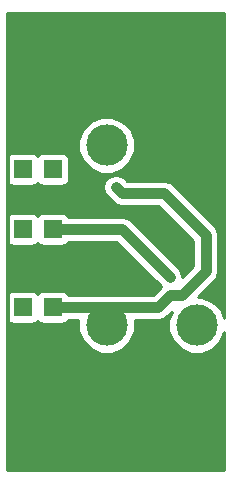
<source format=gbr>
G04 #@! TF.FileFunction,Copper,L1,Top,Signal*
%FSLAX46Y46*%
G04 Gerber Fmt 4.6, Leading zero omitted, Abs format (unit mm)*
G04 Created by KiCad (PCBNEW 4.0.3-stable) date 09/22/16 08:13:14*
%MOMM*%
%LPD*%
G01*
G04 APERTURE LIST*
%ADD10C,0.500000*%
%ADD11R,1.524000X1.524000*%
%ADD12C,6.000000*%
%ADD13C,3.500000*%
%ADD14C,0.800000*%
%ADD15C,0.600000*%
%ADD16C,0.900000*%
%ADD17C,0.300000*%
%ADD18C,0.254000*%
G04 APERTURE END LIST*
D10*
D11*
X2286000Y17272000D03*
X4826000Y17272000D03*
X2286000Y14732000D03*
X4826000Y14732000D03*
X2286000Y12192000D03*
X4826000Y12192000D03*
X2286000Y28956000D03*
X4826000Y28956000D03*
X2286000Y26416000D03*
X4826000Y26416000D03*
X2286000Y23876000D03*
X4826000Y23876000D03*
D12*
X5080000Y5080000D03*
X5080000Y35560000D03*
X15240000Y5080000D03*
X15240000Y35560000D03*
D13*
X17018000Y13208000D03*
X17018000Y28448000D03*
X9398000Y28448000D03*
X9398000Y13208000D03*
D11*
X4826000Y21336000D03*
X2286000Y21336000D03*
D14*
X10160000Y24892000D03*
X17780000Y20828000D03*
D15*
X17780000Y20828000D03*
D14*
X6604000Y24384000D03*
X14732000Y17272000D03*
D16*
X10668000Y24384000D02*
X14224000Y24384000D01*
X14224000Y24384000D02*
X17780000Y20828000D01*
X10160000Y24892000D02*
X10668000Y24384000D01*
X15832009Y15832009D02*
X17780000Y17780000D01*
X17780000Y17780000D02*
X17780000Y20828000D01*
X15748000Y15748000D02*
X15832009Y15832009D01*
X14763648Y15748000D02*
X15748000Y15748000D01*
X4826000Y14732000D02*
X13747648Y14732000D01*
X13747648Y14732000D02*
X14763648Y15748000D01*
D17*
X1016000Y23668000D02*
X1016000Y19604000D01*
X1016000Y19604000D02*
X2286000Y18334000D01*
X2286000Y18334000D02*
X2286000Y17272000D01*
X1224000Y23876000D02*
X1016000Y23668000D01*
X1016000Y28748000D02*
X1016000Y24084000D01*
X1016000Y24084000D02*
X1224000Y23876000D01*
X1224000Y23876000D02*
X2286000Y23876000D01*
X2286000Y28956000D02*
X1224000Y28956000D01*
X1224000Y28956000D02*
X1016000Y28748000D01*
X1016000Y17064000D02*
X1016000Y12400000D01*
X1224000Y12192000D02*
X2286000Y12192000D01*
X1016000Y12400000D02*
X1224000Y12192000D01*
X2286000Y17272000D02*
X1224000Y17272000D01*
X1224000Y17272000D02*
X1016000Y17064000D01*
D16*
X4826000Y23876000D02*
X6096000Y23876000D01*
X6096000Y23876000D02*
X6604000Y24384000D01*
X14732000Y17272000D02*
X10668000Y21336000D01*
X10668000Y21336000D02*
X4826000Y21336000D01*
D18*
G36*
X14633415Y13684487D02*
X14632587Y12735675D01*
X14994916Y11858771D01*
X15665242Y11187274D01*
X16541513Y10823415D01*
X17490325Y10822587D01*
X18367229Y11184916D01*
X19038726Y11855242D01*
X19356000Y12619324D01*
X19356000Y964000D01*
X964000Y964000D01*
X964000Y13667607D01*
X1059910Y13518559D01*
X1272110Y13373569D01*
X1524000Y13322560D01*
X3048000Y13322560D01*
X3283317Y13366838D01*
X3499441Y13505910D01*
X3555374Y13587770D01*
X3599910Y13518559D01*
X3812110Y13373569D01*
X4064000Y13322560D01*
X5588000Y13322560D01*
X5823317Y13366838D01*
X6039441Y13505910D01*
X6135844Y13647000D01*
X7013382Y13647000D01*
X7012587Y12735675D01*
X7374916Y11858771D01*
X8045242Y11187274D01*
X8921513Y10823415D01*
X9870325Y10822587D01*
X10747229Y11184916D01*
X11418726Y11855242D01*
X11782585Y12731513D01*
X11783384Y13647000D01*
X13747648Y13647000D01*
X14162860Y13729591D01*
X14514859Y13964789D01*
X14916640Y14366570D01*
X14633415Y13684487D01*
X14633415Y13684487D01*
G37*
X14633415Y13684487D02*
X14632587Y12735675D01*
X14994916Y11858771D01*
X15665242Y11187274D01*
X16541513Y10823415D01*
X17490325Y10822587D01*
X18367229Y11184916D01*
X19038726Y11855242D01*
X19356000Y12619324D01*
X19356000Y964000D01*
X964000Y964000D01*
X964000Y13667607D01*
X1059910Y13518559D01*
X1272110Y13373569D01*
X1524000Y13322560D01*
X3048000Y13322560D01*
X3283317Y13366838D01*
X3499441Y13505910D01*
X3555374Y13587770D01*
X3599910Y13518559D01*
X3812110Y13373569D01*
X4064000Y13322560D01*
X5588000Y13322560D01*
X5823317Y13366838D01*
X6039441Y13505910D01*
X6135844Y13647000D01*
X7013382Y13647000D01*
X7012587Y12735675D01*
X7374916Y11858771D01*
X8045242Y11187274D01*
X8921513Y10823415D01*
X9870325Y10822587D01*
X10747229Y11184916D01*
X11418726Y11855242D01*
X11782585Y12731513D01*
X11783384Y13647000D01*
X13747648Y13647000D01*
X14162860Y13729591D01*
X14514859Y13964789D01*
X14916640Y14366570D01*
X14633415Y13684487D01*
G36*
X19356000Y13795073D02*
X19041084Y14557229D01*
X18370758Y15228726D01*
X17494487Y15592585D01*
X17127327Y15592905D01*
X18547211Y17012789D01*
X18720410Y17272000D01*
X18782409Y17364788D01*
X18865000Y17780000D01*
X18865000Y20828000D01*
X18782409Y21243212D01*
X18547211Y21595211D01*
X14991211Y25151211D01*
X14757740Y25307211D01*
X14639212Y25386409D01*
X14224000Y25469000D01*
X11117422Y25469000D01*
X10927211Y25659211D01*
X10575211Y25894409D01*
X10160000Y25977000D01*
X9744789Y25894409D01*
X9392789Y25659211D01*
X9157591Y25307211D01*
X9075000Y24892000D01*
X9157591Y24476789D01*
X9392789Y24124789D01*
X9900789Y23616789D01*
X10252788Y23381591D01*
X10668000Y23299000D01*
X13774578Y23299000D01*
X16695000Y20378578D01*
X16695000Y18229422D01*
X15803823Y17338245D01*
X15734409Y17687211D01*
X15499211Y18039211D01*
X11435211Y22103211D01*
X11083212Y22338409D01*
X10668000Y22421000D01*
X6134740Y22421000D01*
X6052090Y22549441D01*
X5839890Y22694431D01*
X5588000Y22745440D01*
X4064000Y22745440D01*
X3828683Y22701162D01*
X3612559Y22562090D01*
X3556626Y22480230D01*
X3512090Y22549441D01*
X3299890Y22694431D01*
X3048000Y22745440D01*
X1524000Y22745440D01*
X1288683Y22701162D01*
X1072559Y22562090D01*
X964000Y22403209D01*
X964000Y25351607D01*
X1059910Y25202559D01*
X1272110Y25057569D01*
X1524000Y25006560D01*
X3048000Y25006560D01*
X3283317Y25050838D01*
X3499441Y25189910D01*
X3555374Y25271770D01*
X3599910Y25202559D01*
X3812110Y25057569D01*
X4064000Y25006560D01*
X5588000Y25006560D01*
X5823317Y25050838D01*
X6039441Y25189910D01*
X6184431Y25402110D01*
X6235440Y25654000D01*
X6235440Y27178000D01*
X6191162Y27413317D01*
X6052090Y27629441D01*
X5839890Y27774431D01*
X5588000Y27825440D01*
X4064000Y27825440D01*
X3828683Y27781162D01*
X3612559Y27642090D01*
X3556626Y27560230D01*
X3512090Y27629441D01*
X3299890Y27774431D01*
X3048000Y27825440D01*
X1524000Y27825440D01*
X1288683Y27781162D01*
X1072559Y27642090D01*
X964000Y27483209D01*
X964000Y27975675D01*
X7012587Y27975675D01*
X7374916Y27098771D01*
X8045242Y26427274D01*
X8921513Y26063415D01*
X9870325Y26062587D01*
X10747229Y26424916D01*
X11418726Y27095242D01*
X11782585Y27971513D01*
X11783413Y28920325D01*
X11421084Y29797229D01*
X10750758Y30468726D01*
X9874487Y30832585D01*
X8925675Y30833413D01*
X8048771Y30471084D01*
X7377274Y29800758D01*
X7013415Y28924487D01*
X7012587Y27975675D01*
X964000Y27975675D01*
X964000Y39676000D01*
X19356000Y39676000D01*
X19356000Y13795073D01*
X19356000Y13795073D01*
G37*
X19356000Y13795073D02*
X19041084Y14557229D01*
X18370758Y15228726D01*
X17494487Y15592585D01*
X17127327Y15592905D01*
X18547211Y17012789D01*
X18720410Y17272000D01*
X18782409Y17364788D01*
X18865000Y17780000D01*
X18865000Y20828000D01*
X18782409Y21243212D01*
X18547211Y21595211D01*
X14991211Y25151211D01*
X14757740Y25307211D01*
X14639212Y25386409D01*
X14224000Y25469000D01*
X11117422Y25469000D01*
X10927211Y25659211D01*
X10575211Y25894409D01*
X10160000Y25977000D01*
X9744789Y25894409D01*
X9392789Y25659211D01*
X9157591Y25307211D01*
X9075000Y24892000D01*
X9157591Y24476789D01*
X9392789Y24124789D01*
X9900789Y23616789D01*
X10252788Y23381591D01*
X10668000Y23299000D01*
X13774578Y23299000D01*
X16695000Y20378578D01*
X16695000Y18229422D01*
X15803823Y17338245D01*
X15734409Y17687211D01*
X15499211Y18039211D01*
X11435211Y22103211D01*
X11083212Y22338409D01*
X10668000Y22421000D01*
X6134740Y22421000D01*
X6052090Y22549441D01*
X5839890Y22694431D01*
X5588000Y22745440D01*
X4064000Y22745440D01*
X3828683Y22701162D01*
X3612559Y22562090D01*
X3556626Y22480230D01*
X3512090Y22549441D01*
X3299890Y22694431D01*
X3048000Y22745440D01*
X1524000Y22745440D01*
X1288683Y22701162D01*
X1072559Y22562090D01*
X964000Y22403209D01*
X964000Y25351607D01*
X1059910Y25202559D01*
X1272110Y25057569D01*
X1524000Y25006560D01*
X3048000Y25006560D01*
X3283317Y25050838D01*
X3499441Y25189910D01*
X3555374Y25271770D01*
X3599910Y25202559D01*
X3812110Y25057569D01*
X4064000Y25006560D01*
X5588000Y25006560D01*
X5823317Y25050838D01*
X6039441Y25189910D01*
X6184431Y25402110D01*
X6235440Y25654000D01*
X6235440Y27178000D01*
X6191162Y27413317D01*
X6052090Y27629441D01*
X5839890Y27774431D01*
X5588000Y27825440D01*
X4064000Y27825440D01*
X3828683Y27781162D01*
X3612559Y27642090D01*
X3556626Y27560230D01*
X3512090Y27629441D01*
X3299890Y27774431D01*
X3048000Y27825440D01*
X1524000Y27825440D01*
X1288683Y27781162D01*
X1072559Y27642090D01*
X964000Y27483209D01*
X964000Y27975675D01*
X7012587Y27975675D01*
X7374916Y27098771D01*
X8045242Y26427274D01*
X8921513Y26063415D01*
X9870325Y26062587D01*
X10747229Y26424916D01*
X11418726Y27095242D01*
X11782585Y27971513D01*
X11783413Y28920325D01*
X11421084Y29797229D01*
X10750758Y30468726D01*
X9874487Y30832585D01*
X8925675Y30833413D01*
X8048771Y30471084D01*
X7377274Y29800758D01*
X7013415Y28924487D01*
X7012587Y27975675D01*
X964000Y27975675D01*
X964000Y39676000D01*
X19356000Y39676000D01*
X19356000Y13795073D01*
G36*
X1059910Y20122559D02*
X1272110Y19977569D01*
X1524000Y19926560D01*
X3048000Y19926560D01*
X3283317Y19970838D01*
X3499441Y20109910D01*
X3555374Y20191770D01*
X3599910Y20122559D01*
X3812110Y19977569D01*
X4064000Y19926560D01*
X5588000Y19926560D01*
X5823317Y19970838D01*
X6039441Y20109910D01*
X6135844Y20251000D01*
X10218578Y20251000D01*
X13964789Y16504789D01*
X13977513Y16496287D01*
X13298226Y15817000D01*
X6134740Y15817000D01*
X6052090Y15945441D01*
X5839890Y16090431D01*
X5588000Y16141440D01*
X4064000Y16141440D01*
X3828683Y16097162D01*
X3612559Y15958090D01*
X3556626Y15876230D01*
X3512090Y15945441D01*
X3299890Y16090431D01*
X3048000Y16141440D01*
X1524000Y16141440D01*
X1288683Y16097162D01*
X1072559Y15958090D01*
X964000Y15799209D01*
X964000Y20271607D01*
X1059910Y20122559D01*
X1059910Y20122559D01*
G37*
X1059910Y20122559D02*
X1272110Y19977569D01*
X1524000Y19926560D01*
X3048000Y19926560D01*
X3283317Y19970838D01*
X3499441Y20109910D01*
X3555374Y20191770D01*
X3599910Y20122559D01*
X3812110Y19977569D01*
X4064000Y19926560D01*
X5588000Y19926560D01*
X5823317Y19970838D01*
X6039441Y20109910D01*
X6135844Y20251000D01*
X10218578Y20251000D01*
X13964789Y16504789D01*
X13977513Y16496287D01*
X13298226Y15817000D01*
X6134740Y15817000D01*
X6052090Y15945441D01*
X5839890Y16090431D01*
X5588000Y16141440D01*
X4064000Y16141440D01*
X3828683Y16097162D01*
X3612559Y15958090D01*
X3556626Y15876230D01*
X3512090Y15945441D01*
X3299890Y16090431D01*
X3048000Y16141440D01*
X1524000Y16141440D01*
X1288683Y16097162D01*
X1072559Y15958090D01*
X964000Y15799209D01*
X964000Y20271607D01*
X1059910Y20122559D01*
M02*

</source>
